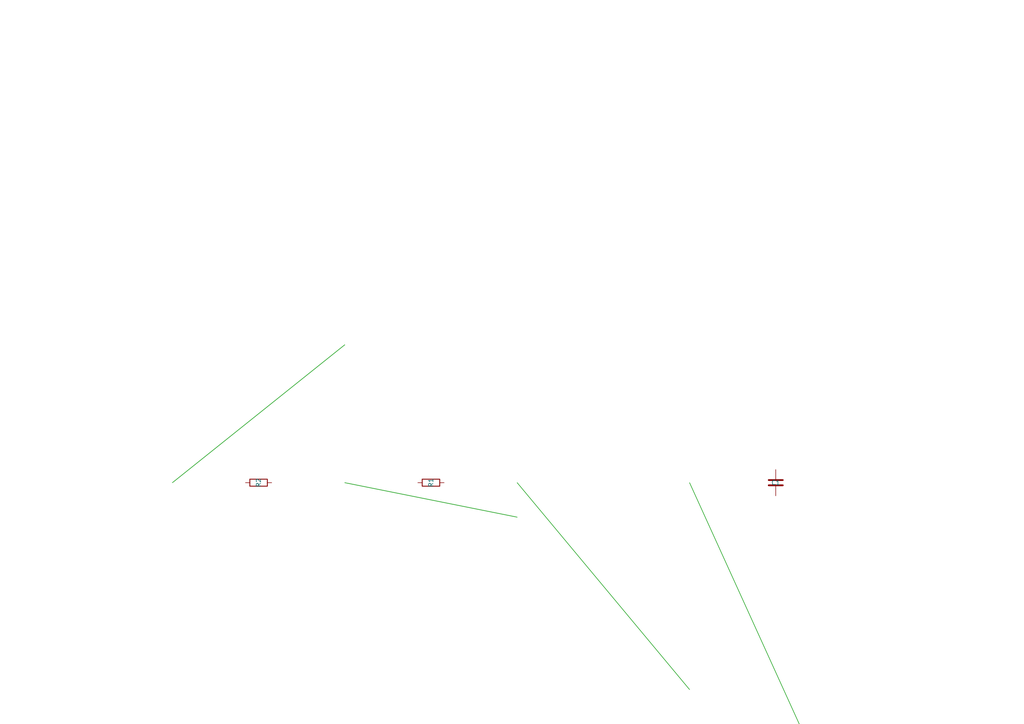
<source format=kicad_sch>
(kicad_sch (version 20231120) (generator "SidYifanOmarNeel") (generator_version "8.0")
  (paper "A4")
  (lib_symbols
    (symbol "Device:C" (pin_numbers hide) (pin_names (offset 0.254))
      (property "Reference" "C" (at 0.635 2.54 0))
      (property "Value" "C" (at 0.635 -2.54 0))
      (symbol "C_0_1"
        (polyline (pts (xy -2.032 -0.762) (xy 2.032 -0.762)) (stroke (width 0.508)))
        (polyline (pts (xy -2.032 0.762) (xy 2.032 0.762)) (stroke (width 0.508)))
      )
      (symbol "C_1_1"
        (pin passive line (at 0 3.81 270) (length 2.794) (name "~") (number "1"))
        (pin passive line (at 0 -3.81 90) (length 2.794) (name "~") (number "2"))
      )
    )
    (symbol "Device:R" (pin_numbers hide) (pin_names (offset 0))
      (property "Reference" "R" (at 2.032 0 90))
      (property "Value" "R" (at 0 0 90))
      (symbol "R_0_1"
        (rectangle (start -1.016 -2.54) (end 1.016 2.54) (stroke (width 0.254)))
      )
      (symbol "R_1_1"
        (pin passive line (at 0 3.81 270) (length 1.27) (name "~") (number "1"))
        (pin passive line (at 0 -3.81 90) (length 1.27) (name "~") (number "2"))
      )
    )
    (symbol "Device:R" (pin_numbers hide) (pin_names (offset 0))
      (property "Reference" "R" (at 2.032 0 90))
      (property "Value" "R" (at 0 0 90))
      (symbol "R_0_1"
        (rectangle (start -1.016 -2.54) (end 1.016 2.54) (stroke (width 0.254)))
      )
      (symbol "R_1_1"
        (pin passive line (at 0 3.81 270) (length 1.27) (name "~") (number "1"))
        (pin passive line (at 0 -3.81 90) (length 1.27) (name "~") (number "2"))
      )
    )
  )
  (wire (pts (xy 200 140) (xy 250 250)))
  (wire (pts (xy 150 140) (xy 200 200)))
  (wire (pts (xy 100 140) (xy 150 150)))
  (wire (pts (xy 50 140) (xy 100 100)))
  (symbol (lib_id "Device:C") (at 225 140 0) (unit 1)
    (property "Reference" "C1" (at 225 140 0))
    (property "Description" "npolarized capacitor" (effects (hide yes)))
  )
  (symbol (lib_id "Device:R") (at 125 140 90) (unit 1)
    (property "Reference" "R1" (at 125 140 0))
    (property "Description" "esistor" (effects (hide yes)))
  )
  (symbol (lib_id "Device:R") (at 75 140 90) (unit 1)
    (property "Reference" "R2" (at 75 140 0))
    (property "Description" "esistor" (effects (hide yes)))
  )
)
</source>
